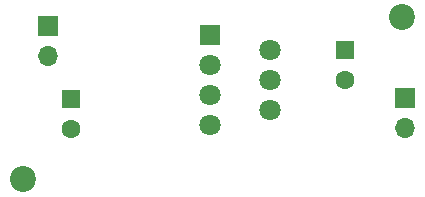
<source format=gbr>
G04 #@! TF.GenerationSoftware,KiCad,Pcbnew,(5.1.9)-1*
G04 #@! TF.CreationDate,2021-09-16T20:09:32-07:00*
G04 #@! TF.ProjectId,AtlasPD,41746c61-7350-4442-9e6b-696361645f70,rev?*
G04 #@! TF.SameCoordinates,Original*
G04 #@! TF.FileFunction,Soldermask,Bot*
G04 #@! TF.FilePolarity,Negative*
%FSLAX46Y46*%
G04 Gerber Fmt 4.6, Leading zero omitted, Abs format (unit mm)*
G04 Created by KiCad (PCBNEW (5.1.9)-1) date 2021-09-16 20:09:32*
%MOMM*%
%LPD*%
G01*
G04 APERTURE LIST*
%ADD10C,2.200000*%
%ADD11R,1.600000X1.600000*%
%ADD12C,1.600000*%
%ADD13R,1.700000X1.700000*%
%ADD14O,1.700000X1.700000*%
%ADD15R,1.800000X1.800000*%
%ADD16C,1.800000*%
G04 APERTURE END LIST*
D10*
X24841200Y-34290000D03*
X56896000Y-20574000D03*
D11*
X52070000Y-23368000D03*
D12*
X52070000Y-25868000D03*
X28854400Y-30008200D03*
D11*
X28854400Y-27508200D03*
D13*
X57150000Y-27432000D03*
D14*
X57150000Y-29972000D03*
X26974800Y-23850600D03*
D13*
X26974800Y-21310600D03*
D15*
X40640000Y-22098000D03*
D16*
X45720000Y-23368000D03*
X40640000Y-24638000D03*
X45720000Y-25908000D03*
X40640000Y-27178000D03*
X45720000Y-28448000D03*
X40640000Y-29718000D03*
M02*

</source>
